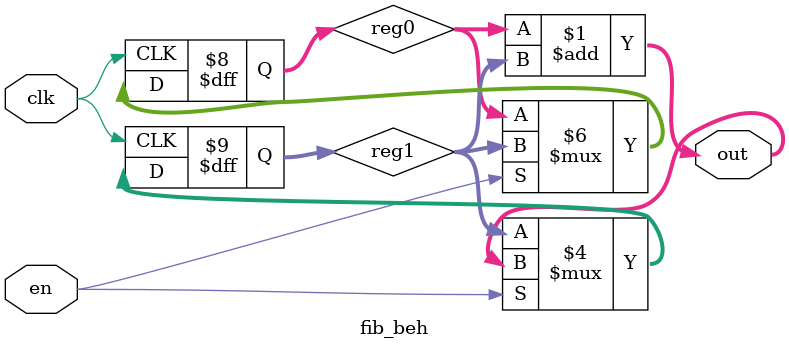
<source format=v>
`timescale 1ns / 1ps

/*
    Alex Gonzalez
    Jorge Aguilar
    Jorge Sanchez
    Kenneth Esquivel
    Musa Datti
    Nolan Santellanes
    Ryan Heng
    Rodrigo Becerril Ferreyra
*/

module fib_beh(
    input en, input clk,
    output [15:0] out
);

reg [15:0] reg0, reg1;

initial begin
    reg0 = 0;
    reg1 = 1;
end

assign out = reg0 + reg1;
// f_n = f_(n-1) + f_(n-2)

always @(posedge clk)
begin
    if(en)
    begin
        reg0 <= reg1;
        reg1 <= out;
    end
end
endmodule

</source>
